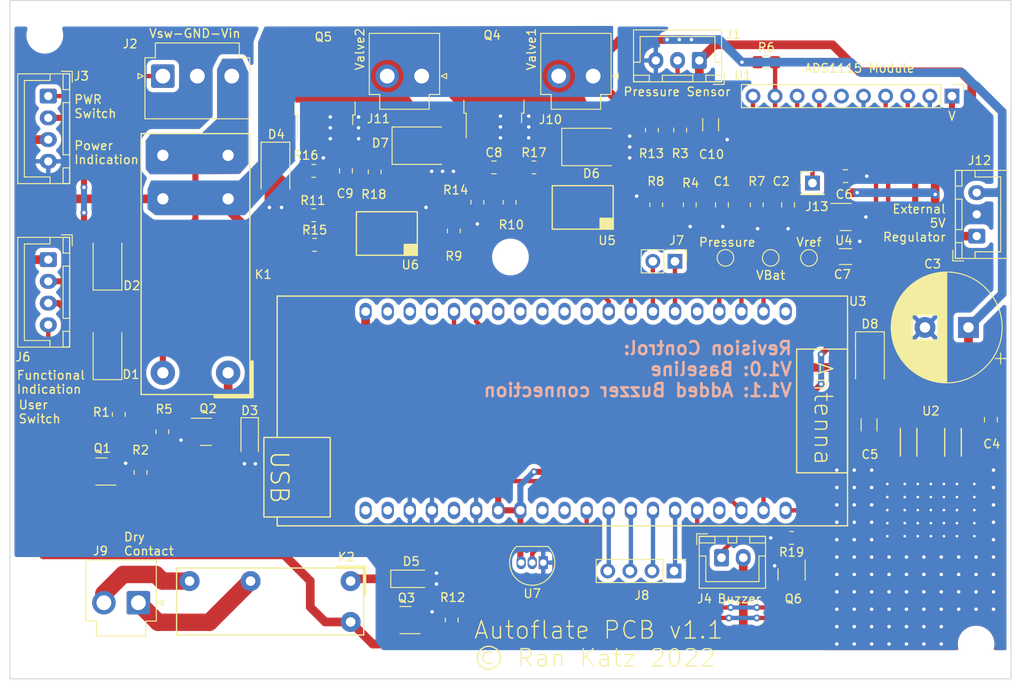
<source format=kicad_pcb>
(kicad_pcb (version 20211014) (generator pcbnew)
  (title_block (title "Autoflate - Tire inflator controller board") (date "2022-11-03") (rev "1.1") (company "NIghtmechanics") (comment 4 "AISLER Project ID: KECQLVEM"))
  (layers (0 "F.Cu" signal) (31 "B.Cu" signal) (34 "B.Paste" user) (35 "F.Paste" user) (36 "B.SilkS" user "B.Silkscreen") (37 "F.SilkS" user "F.Silkscreen") (38 "B.Mask" user) (39 "F.Mask" user) (44 "Edge.Cuts" user))
  (net 0 "")
  (net 1 "/Pressure")
  (net 2 "GND")
  (net 3 "/VBAT")
  (net 4 "+12V")
  (net 5 "+5V")
  (net 6 "/Vref")
  (net 7 "Net-(C8-Pad1)")
  (net 8 "Net-(C9-Pad1)")
  (net 9 "Net-(D1-Pad1)")
  (net 10 "Net-(D1-Pad2)")
  (net 11 "Net-(D2-Pad1)")
  (net 12 "Net-(D3-Pad1)")
  (net 13 "Net-(D5-Pad1)")
  (net 14 "Net-(D6-Pad1)")
  (net 15 "Net-(D7-Pad1)")
  (net 16 "Net-(D8-Pad1)")
  (net 17 "Net-(J1-Pad2)")
  (net 18 "/VDD3V3")
  (net 19 "/User_SW")
  (net 20 "Net-(J6-Pad2)")
  (net 21 "Net-(J8-Pad1)")
  (net 22 "Net-(J8-Pad2)")
  (net 23 "Net-(J8-Pad3)")
  (net 24 "Net-(J8-Pad4)")
  (net 25 "/Func_Ind")
  (net 26 "Net-(Q2-Pad1)")
  (net 27 "Net-(Q4-Pad1)")
  (net 28 "Net-(Q5-Pad1)")
  (net 29 "Net-(R10-Pad1)")
  (net 30 "Net-(R11-Pad1)")
  (net 31 "Net-(R13-Pad1)")
  (net 32 "Net-(R15-Pad1)")
  (net 33 "/ADC_SCL")
  (net 34 "/ADC_SDA")
  (net 35 "Net-(J2-Pad1)")
  (net 38 "Net-(J9-Pad1)")
  (net 50 "Net-(J4-Pad1)")
  (net 52 "Net-(J9-Pad2)")
  (net 53 "Net-(R8-Pad2)")
  (net 54 "Net-(R9-Pad2)")
  (net 55 "/Vin")
  (net 56 "Net-(J13-Pad1)")
  (net 57 "/Temp_DQ")
  (net 59 "Net-(J7-Pad2)")
  (net 60 "/Valve1")
  (net 61 "/Valve2")
  (net 64 "Net-(J7-Pad1)")
  (net 65 "Net-(Q3-Pad1)")
  (net 66 "/Buzzer")
  (footprint "Connector_JST:JST_XH_B4B-XH-A_1x04_P2.50mm_Vertical" (layer "F.Cu") (at 34.4 38 -90)
    (fp_text reference "J3")
    (fp_text value "Conn_01x04_Male")
  )
  (footprint "Resistor_SMD:R_0805_2012Metric_Pad1.20x1.40mm_HandSolder" (layer "F.Cu") (at 80.75 98.25 90)
    (fp_text reference "R12")
    (fp_text value "10k")
  )
  (footprint "Package_TO_SOT_THT:TO-92_Inline" (layer "F.Cu") (at 91.27 91.64 180)
    (fp_text reference "U7")
    (fp_text value "DS18B20")
  )
  (footprint "Capacitor_SMD:C_0805_2012Metric_Pad1.18x1.45mm_HandSolder" (layer "F.Cu") (at 126 47.2)
    (fp_text reference "C6")
    (fp_text value "0.1uF")
  )
  (footprint "Connector_JST:JST_XH_B2B-XH-A_1x02_P2.50mm_Vertical" (layer "F.Cu") (at 111.75 91.075)
    (fp_text reference "J4")
    (fp_text value "JST_XH_2")
  )
  (footprint "Resistor_SMD:R_0805_2012Metric_Pad1.20x1.40mm_HandSolder" (layer "F.Cu") (at 87.4 50.2 90)
    (fp_text reference "R10")
    (fp_text value "100R")
  )
  (footprint "NIghtmechanic:OMRON_G5RL_1A_E" (layer "F.Cu") (at 55.0625 49.8125 90)
    (fp_text reference "K1")
    (fp_text value "G5RL-1A-E-HR")
  )
  (footprint "TestPoint:TestPoint_Pad_D1.5mm" (layer "F.Cu") (at 112.2 56.6)
    (fp_text reference "TP1" hide)
    (fp_text value "TestPoint")
  )
  (footprint "NIghtmechanic:K10104X" (layer "F.Cu") (at 95.8 52.05 180)
    (fp_text reference "U5")
    (fp_text value "K10104")
  )
  (footprint "Resistor_SMD:R_0805_2012Metric_Pad1.20x1.40mm_HandSolder" (layer "F.Cu") (at 115.8 50.5 -90)
    (fp_text reference "R7")
    (fp_text value "2k 0.1%")
  )
  (footprint "Connector_JST:JST_XH_B3B-XH-A_1x03_P2.50mm_Vertical" (layer "F.Cu") (at 141.075 54.1 90)
    (fp_text reference "J12")
    (fp_text value "JST_XH_3")
  )
  (footprint "Capacitor_SMD:C_0805_2012Metric_Pad1.18x1.45mm_HandSolder" (layer "F.Cu") (at 142.7 75.2 -90)
    (fp_text reference "C4")
    (fp_text value "0.1uF")
  )
  (footprint "Resistor_SMD:R_0805_2012Metric_Pad1.20x1.40mm_HandSolder" (layer "F.Cu") (at 42.5 74.6 -90)
    (fp_text reference "R1")
    (fp_text value "4.7k")
  )
  (footprint "Resistor_SMD:R_0805_2012Metric_Pad1.20x1.40mm_HandSolder" (layer "F.Cu") (at 64.9 46.6 180)
    (fp_text reference "R16")
    (fp_text value "4.7k")
  )
  (footprint "Diode_SMD:D_SMA" (layer "F.Cu") (at 128.8 68.5 -90)
    (fp_text reference "D8")
    (fp_text value "SS34")
  )
  (footprint "Capacitor_THT:CP_Radial_D12.5mm_P5.00mm" (layer "F.Cu") (at 140.123959 64.6 180)
    (fp_text reference "C3")
    (fp_text value "180uF/35V")
  )
  (footprint "NIghtmechanic:OMRON_G5NB_1A" (layer "F.Cu") (at 57.6375 93.7625 180)
    (fp_text reference "K2")
    (fp_text value "G5NB-1A-E")
  )
  (footprint "Capacitor_SMD:C_1206_3216Metric_Pad1.33x1.80mm_HandSolder" (layer "F.Cu") (at 126 56.45)
    (fp_text reference "C7")
    (fp_text value "1uF")
  )
  (footprint "Resistor_SMD:R_0805_2012Metric_Pad1.20x1.40mm_HandSolder" (layer "F.Cu") (at 71.9 46.7 90)
    (fp_text reference "R18")
    (fp_text value "2.2k")
  )
  (footprint "Resistor_SMD:R_0805_2012Metric_Pad1.20x1.40mm_HandSolder" (layer "F.Cu") (at 116.9 34.1)
    (fp_text reference "R6")
    (fp_text value "10k 0.1%")
  )
  (footprint "MountingHole:MountingHole_3.2mm_M3" (layer "F.Cu") (at 141 31)
    (fp_text reference "H2" hide)
    (fp_text value "MountingHole")
  )
  (footprint "Package_TO_SOT_SMD:TO-252-2" (layer "F.Cu") (at 85.6 37.5 90)
    (fp_text reference "Q4")
    (fp_text value "IRLR7843")
  )
  (footprint "Diode_SMD:D_SMB" (layer "F.Cu") (at 77.45 43.7)
    (fp_text reference "D7")
    (fp_text value "1SMB5932")
  )
  (footprint "TestPoint:TestPoint_Pad_D1.5mm" (layer "F.Cu") (at 117.4 56.6)
    (fp_text reference "TP2" hide)
    (fp_text value "TestPoint")
  )
  (footprint "MountingHole:MountingHole_3.2mm_M3" (layer "F.Cu") (at 34 101)
    (fp_text reference "H4" hide)
    (fp_text value "MountingHole")
  )
  (footprint "Resistor_SMD:R_0805_2012Metric_Pad1.20x1.40mm_HandSolder" (layer "F.Cu") (at 83.7 50.2 90)
    (fp_text reference "R14")
    (fp_text value "4.7k")
  )
  (footprint "NIghtmechanic:ST_D2PAK" (layer "F.Cu") (at 135.8 84.6 180)
    (fp_text reference "U2")
    (fp_text value "L7805")
  )
  (footprint "Connector_JST:JST_XH_B3B-XH-A_1x03_P2.50mm_Vertical" (layer "F.Cu") (at 109.2 33.9 180)
    (fp_text reference "J1")
    (fp_text value "JST_XH_3")
  )
  (footprint "Capacitor_SMD:C_1206_3216Metric_Pad1.33x1.80mm_HandSolder" (layer "F.Cu") (at 110.5 41.3 -90)
    (fp_text reference "C10")
    (fp_text value "1uF")
  )
  (footprint "NIghtmechanic:K10104X" (layer "F.Cu") (at 73.3 55.05 180)
    (fp_text reference "U6")
    (fp_text value "K10104")
  )
  (footprint "Diode_SMD:D_SMA" (layer "F.Cu") (at 60.5 46.7 -90)
    (fp_text reference "D4")
    (fp_text value "SS34")
  )
  (footprint "Capacitor_SMD:C_0805_2012Metric_Pad1.18x1.45mm_HandSolder" (layer "F.Cu") (at 111.8 50.5 -90)
    (fp_text reference "C1")
    (fp_text value "0.1uF")
  )
  (footprint "Resistor_SMD:R_0805_2012Metric_Pad1.20x1.40mm_HandSolder" (layer "F.Cu") (at 65 55.1 180)
    (fp_text reference "R15")
    (fp_text value "2k")
  )
  (footprint "TestPoint:TestPoint_Pad_D1.5mm" (layer "F.Cu") (at 121.8 56.6)
    (fp_text reference "TP3" hide)
    (fp_text value "TestPoint")
  )
  (footprint "Connector_PinHeader_2.54mm:PinHeader_1x04_P2.54mm_Vertical" (layer "F.Cu") (at 106.3 92.6 -90)
    (fp_text reference "J8")
    (fp_text value "Header_4")
  )
  (footprint "Package_TO_SOT_SMD:SOT-23" (layer "F.Cu") (at 52.5 76.6)
    (fp_text reference "Q2")
    (fp_text value "AO3400A")
  )
  (footprint "Resistor_SMD:R_0805_2012Metric_Pad1.20x1.40mm_HandSolder" (layer "F.Cu") (at 45 81.2655 90)
    (fp_text reference "R2")
    (fp_text value "10k")
  )
  (footprint "Diode_SMD:D_SMA" (layer "F.Cu") (at 41.2 67.2 90)
    (fp_text reference "D1")
    (fp_text value "SS34")
  )
  (footprint "Connector_PinHeader_2.54mm:PinHeader_1x02_P2.54mm_Vertical" (layer "F.Cu") (at 106.4 57 -90)
    (fp_text reference "J7")
    (fp_text value "Header_2")
  )
  (footprint "Connector_JST:JST_VH_B3P-VH_1x03_P3.96mm_Vertical" (layer "F.Cu") (at 47.5625 35.7)
    (fp_text reference "J2")
    (fp_text value "JST_VH_3")
  )
  (footprint "Capacitor_SMD:C_0805_2012Metric_Pad1.18x1.45mm_HandSolder" (layer "F.Cu") (at 68.6 46.6 90)
    (fp_text reference "C9")
    (fp_text value "33nF")
  )
  (footprint "Connector_JST:JST_VH_B2P-VH_1x02_P3.96mm_Vertical" (layer "F.Cu") (at 77.3 35.7 180)
    (fp_text reference "J11")
    (fp_text value "JST_VH_2")
  )
  (footprint "Connector_JST:JST_VH_B2P-VH_1x02_P3.96mm_Vertical" (layer "F.Cu") (at 44.75 96.25 180)
    (fp_text reference "J9")
    (fp_text value "JST_VH_2")
  )
  (footprint "Resistor_SMD:R_0805_2012Metric_Pad1.20x1.40mm_HandSolder" (layer "F.Cu") (at 81 53.5 90)
    (fp_text reference "R9")
    (fp_text value "1k")
  )
  (footprint "Resistor_SMD:R_0805_2012Metric_Pad1.20x1.40mm_HandSolder" (layer "F.Cu") (at 90.2 46.2)
    (fp_text reference "R17")
    (fp_text value "2.2k")
  )
  (footprint "NIghtmechanic:LILYGO_TTGO_ESP32_S2" (layer "F.Cu") (at 94.986 74.2 180)
    (fp_text reference "U3")
    (fp_text value "LILYGO_TTGO_ESP32_S2")
  )
  (footprint "Resistor_SMD:R_0805_2012Metric_Pad1.20x1.40mm_HandSolder" (layer "F.Cu") (at 103.75 41.9 90)
    (fp_text reference "R13")
    (fp_text value "2k")
  )
  (footprint "Resistor_SMD:R_0805_2012Metric_Pad1.20x1.40mm_HandSolder" (layer "F.Cu") (at 104.25 50.5 90)
    (fp_text reference "R8")
    (fp_text value "1k")
  )
  (footprint "Capacitor_SMD:C_1206_3216Metric_Pad1.33x1.80mm_HandSolder" (layer "F.Cu") (at 128.7 75.8 -90)
    (fp_text reference "C5")
    (fp_text value "1uF")
  )
  (footprint "Capacitor_SMD:C_0805_2012Metric_Pad1.18x1.45mm_HandSolder" (layer "F.Cu") (at 85.6 46.2 180)
    (fp_text reference "C8")
    (fp_text value "33nF")
  )
  (footprint "Package_TO_SOT_SMD:SOT-23" (layer "F.Cu") (at 119.8 93 -90)
    (fp_text reference "Q6")
    (fp_text value "AO3400A")
  )
  (footprint "Package_TO_SOT_SMD:SOT-23" (layer "F.Cu") (at 75.45 98.25 180)
    (fp_text reference "Q3")
    (fp_text value "AO3400A")
  )
  (footprint "Diode_SMD:D_SOD-123" (layer "F.Cu") (at 76 93.5)
    (fp_text reference "D5")
    (fp_text value "BZT52C20")
  )
  (footprint "Connector_JST:JST_VH_B2P-VH_1x02_P3.96mm_Vertical" (layer "F.Cu") (at 97 35.7 180)
    (fp_text reference "J10")
    (fp_text value "JST_VH_2")
  )
  (footprint "MountingHole:MountingHole_3.2mm_M3" (layer "F.Cu") (at 141 101)
    (fp_text reference "H3" hide)
    (fp_text value "MountingHole")
  )
  (footprint "Diode_SMD:D_SMB" (layer "F.Cu") (at 96.95 43.85)
    (fp_text reference "D6")
    (fp_text value "1SMB5932")
  )
  (footprint "Diode_SMD:D_SMA" (layer "F.Cu") (at 41.2 56.9 90)
    (fp_text reference "D2")
    (fp_text value "SS34")
  )
  (footprint "Resistor_SMD:R_0805_2012Metric_Pad1.20x1.40mm_HandSolder" (layer "F.Cu") (at 107 41.9 -90)
    (fp_text reference "R3")
    (fp_text value "1k 0.1%")
  )
  (footprint "Capacitor_SMD:C_0805_2012Metric_Pad1.18x1.45mm_HandSolder" (layer "F.Cu") (at 119.4 50.5 -90)
    (fp_text reference "C2")
    (fp_text value "0.1uF")
  )
  (footprint "Resistor_SMD:R_0805_2012Metric_Pad1.20x1.40mm_HandSolder" (layer "F.Cu") (at 108.1 50.5 -90)
    (fp_text reference "R4")
    (fp_text value "2k 0.1%")
  )
  (footprint "Package_TO_SOT_SMD:SOT-23" (layer "F.Cu") (at 126 51.9)
    (fp_text reference "U4")
    (fp_text value "MCP1525-TT")
  )
  (footprint "MountingHole:MountingHole_3.2mm_M3" (layer "F.Cu") (at 87.5 56.5)
    (fp_text reference "H5" hide)
    (fp_text value "MountingHole")
  )
  (footprint "Connector_PinHeader_2.54mm:PinHeader_1x01_P2.54mm_Vertical" (layer "F.Cu") (at 122.2 48)
    (fp_text reference "J13")
    (fp_text value "Header_1")
  )
  (footprint "Resistor_SMD:R_0805_2012Metric_Pad1.20x1.40mm_HandSolder" (layer "F.Cu") (at 64.9 51.7 180)
    (fp_text reference "R11")
    (fp_text value "100R")
  )
  (footprint "NIghtmechanic:GY-ADS1115" (layer "F.Cu") (at 138.225 38 -90)
    (fp_text reference "U1")
    (fp_text value "ADS1115_Module")
  )
  (footprint "Diode_SMD:D_SOD-123" (layer "F.Cu") (at 57.5375 77.225 -90)
    (fp_text reference "D3")
    (fp_text value "BZT52C20")
  )
  (footprint "Package_TO_SOT_SMD:SOT-23" (layer "F.Cu") (at 40.5 81.1655 180)
    (fp_text reference "Q1")
    (fp_text value "AO3400A")
  )
  (footprint "Connector_JST:JST_XH_B4B-XH-A_1x04_P2.50mm_Vertical" (layer "F.Cu") (at 34.4 56.8 -90)
    (fp_text reference "J6")
    (fp_text value "JST_XH_4")
  )
  (footprint "Package_TO_SOT_SMD:TO-252-2" (layer "F.Cu") (at 66.2 37.7 90)
    (fp_text reference "Q5")
    (fp_text value "IRLR7843")
  )
  (footprint "MountingHole:MountingHole_3.2mm_M3" (layer "F.Cu") (at 34 31)
    (fp_text reference "H1" hide)
    (fp_text value "MountingHole")
  )
  (footprint "Resistor_SMD:R_0805_2012Metric_Pad1.20x1.40mm_HandSolder" (layer "F.Cu") (at 47.5 76.6 -90)
    (fp_text reference "R5")
    (fp_text value "10k")
  )
  (footprint "Resistor_SMD:R_0805_2012Metric_Pad1.20x1.40mm_HandSolder" (layer "F.Cu") (at 119.8 88.8 180)
    (fp_text reference "R19")
    (fp_text value "10k")
  )
  (gr_rect (start 30 27) (end 145 105) (layer "Edge.Cuts") (width 0.1) (fill none))
  (gr_text "Revision Control:\nV1.0: Baseline\nV1.1: Added Buzzer connection" (at 120 69.4) (layer "B.SilkS") (effects (font (size 1.5 1.5) (thickness 0.3)) (justify left mirror)))
  (gr_text "Valve1" (at 89.9 32.6 90) (layer "F.SilkS") (effects (font (size 1 1))))
  (gr_text "User\nSwitch" (at 30.9 74.3) (layer "F.SilkS") (effects (font (size 1 1)) (justify left)))
  (gr_text "Autoflate PCB v1.1\n© Ran Katz 2022" (at 83.2 101) (layer "F.SilkS") (effects (font (size 2 2)) (justify left)))
  (gr_text "Dry\nContact" (at 43 89.5) (layer "F.SilkS") (effects (font (size 1 1)) (justify left)))
  (gr_text "Pressure" (at 112.4 54.8) (layer "F.SilkS") (effects (font (size 1 1))))
  (gr_text "Power\nIndication" (at 37.3 44.5) (layer "F.SilkS") (effects (font (size 1 1)) (justify left)))
  (gr_text "ADS1115 Module" (at 127.6 34.8) (layer "F.SilkS") (effects (font (size 1 1))))
  (gr_text "Buzzer" (at 111.2 95.8) (layer "F.SilkS") (effects (font (size 1 1)) (justify left)))
  (gr_text "VBat" (at 117.4 58.6) (layer "F.SilkS") (effects (font (size 1 1))))
  (gr_text "Pressure Sensor" (at 100.4 37.5) (layer "F.SilkS") (effects (font (size 1 1)) (justify left)))
  (gr_text "Functional\nIndication" (at 30.7 70.9) (layer "F.SilkS") (effects (font (size 1 1)) (justify left)))
  (gr_text "PWR\nSwitch" (at 37.3 39.2) (layer "F.SilkS") (effects (font (size 1 1)) (justify left)))
  (gr_text "Valve2" (at 70.2 32.6 90) (layer "F.SilkS") (effects (font (size 1 1))))
  (gr_text "Vsw-GND-Vin\n\n" (at 45.9 31.6) (layer "F.SilkS") (effects (font (size 1 1)) (justify left)))
  (gr_text "Vref" (at 121.8 54.8) (layer "F.SilkS") (effects (font (size 1 1))))
  (gr_text "External\n5V\nRegulator" (at 137.6 52.6) (layer "F.SilkS") (effects (font (size 1 1)) (justify right)))
  (segment (start 110.6 57.2) (end 109.9625 56.5625) (width 0.5) (layer "F.Cu") (net 1))
  (segment (start 107 43.7) (end 109.9625 46.6625) (width 0.5) (layer "F.Cu") (net 1))
  (segment (start 108.1375 49.4625) (end 108.1 49.5) (width 0.5) (layer "F.Cu") (net 1))
  (segment (start 107 42.9) (end 107 43.7) (width 0.5) (layer "F.Cu") (net 1))
  (segment (start 109.9625 46.6625) (end 109.9625 49.4625) (width 0.5) (layer "F.Cu") (net 1))
  (segment (start 109.9625 56.5625) (end 109.9625 49.4625) (width 0.5) (layer "F.Cu") (net 1))
  (segment (start 115.365 45.8975) (end 111.8 49.4625) (width 0.5) (layer "F.Cu") (net 1))
  (segment (start 111.6 57.2) (end 110.6 57.2) (width 0.5) (layer "F.Cu") (net 1))
  (segment (start 111.8 49.4625) (end 109.9625 49.4625) (width 0.5) (layer "F.Cu") (net 1))
  (segment (start 112.2 56.6) (end 111.6 57.2) (width 0.5) (layer "F.Cu") (net 1))
  (segment (start 111.496 62.77) (end 111.496 58.096) (width 0.5) (layer "F.Cu") (net 1))
  (segment (start 109.9625 49.4625) (end 108.1375 49.4625) (width 0.5) (layer "F.Cu") (net 1))
  (segment (start 115.365 38) (end 115.365 45.8975) (width 0.5) (layer "F.Cu") (net 1))
  (segment (start 111.496 58.096) (end 110.6 57.2) (width 0.5) (layer "F.Cu") (net 1))
  (segment (start 100.3 49.51) (end 101.99 49.51) (width 0.5) (layer "F.Cu") (net 2))
  (segment (start 41.4375 80.2155) (end 43.2845 80.2155) (width 0.5) (layer "F.Cu") (net 2))
  (segment (start 127.0375 47.2) (end 128.4375 47.2) (width 0.5) (layer "F.Cu") (net 2))
  (segment (start 115.8 51.5) (end 115.8 53.15) (width 0.5) (layer "F.Cu") (net 2))
  (segment (start 118.85 92.0625) (end 117.912 92.0625) (width 0.5) (layer "F.Cu") (net 2))
  (segment (start 44.95 80.2155) (end 45 80.2655) (width 0.5) (layer "F.Cu") (net 2))
  (segment (start 110.5 42.8625) (end 112.2625 42.8625) (width 0.5) (layer "F.Cu") (net 2))
  (segment (start 108.1 52.95) (end 108.15 53) (width 0.5) (layer "F.Cu") (net 2))
  (segment (start 68.6 42.02) (end 68.48 41.9) (width 0.5) (layer "F.Cu") (net 2))
  (segment (start 128.7 77.3625) (end 128.7 80.7) (width 0.5) (layer "F.Cu") (net 2))
  (segment (start 80.7 97.3) (end 80.75 97.25) (width 0.5) (layer "F.Cu") (net 2))
  (segment (start 68.6 45.5625) (end 68.6 42.02) (width 0.5) (layer "F.Cu") (net 2))
  (segment (start 43.2845 80.2155) (end 44.95 80.2155) (width 0.5) (layer "F.Cu") (net 2))
  (segment (start 142.7 76.2375) (end 142.7 80.7) (width 0.5) (layer "F.Cu") (net 2))
  (segment (start 83.7 51.2) (end 83.7 52.7) (width 0.5) (layer "F.Cu") (net 2))
  (segment (start 65.9 46.6) (end 65.9 45.2) (width 0.5) (layer "F.Cu") (net 2))
  (segment (start 111.8 52.9) (end 111.9 53) (width 0.5) (layer "F.Cu") (net 2))
  (segment (start 117.912 92.0625) (end 117.8495 92) (width 0.5) (layer "F.Cu") (net 2))
  (segment (start 76.3875 97.3) (end 78.5 97.3) (width 0.5) (layer "F.Cu") (net 2))
  (segment (start 108.1 51.5) (end 108.1 52.95) (width 0.5) (layer "F.Cu") (net 2))
  (segment (start 65.9 45.2) (end 66 45.1) (width 0.5) (layer "F.Cu") (net 2))
  (segment (start 84.5625 46.2) (end 84.5625 44.5875) (width 0.5) (layer "F.Cu") (net 2))
  (segment (start 118.8 88.8) (end 117.4 88.8) (width 0.5) (layer "F.Cu") (net 2))
  (segment (start 78.5 97.3) (end 80.7 97.3) (width 0.5) (layer "F.Cu") (net 2))
  (segment (start 49.65 77.55) (end 47.55 77.55) (width 0.5) (layer "F.Cu") (net 2))
  (segment (start 47.55 77.55) (end 47.5 77.6) (width 0.5) (layer "F.Cu") (net 2))
  (segment (start 111.8 51.5375) (end 111.8 52.9) (width 0.5) (layer "F.Cu") (net 2))
  (segment (start 84.5625 44.5875) (end 86.35 42.8) (width 0.5) (layer "F.Cu") (net 2))
  (segment (start 101.99 49.51) (end 102 49.5) (width 0.5) (layer "F.Cu") (net 2))
  (segment (start 127.5625 56.45) (end 127.5625 54.775) (width 0.5) (layer "F.Cu") (net 2))
  (segment (start 142.7 80.7) (end 143 81) (width 0.5) (layer "F.Cu") (net 2))
  (segment (start 51.5625 77.55) (end 49.65 77.55) (width 0.5) (layer "F.Cu") (net 2))
  (segment (start 77.8 52.51) (end 77.8 50.8) (width 0.5) (layer "F.Cu") (net 2))
  (segment (start 126.9375 51.9) (end 128.3375 51.9) (width 0.5) (layer "F.Cu") (net 2))
  (segment (start 128.7 80.7) (end 129 81) (width 0.5) (layer "F.Cu") (net 2))
  (segment (start 112.2625 42.8625) (end 112.4 43) (width 0.5) (layer "F.Cu") (net 2))
  (segment (start 115.8 53.15) (end 115.9 53.25) (width 0.5) (layer "F.Cu") (net 2))
  (segment (start 127.5625 54.775) (end 127.6375 54.7) (width 0.5) (layer "F.Cu") (net 2))
  (segment (start 119.4 51.5375) (end 119.4 53.25) (width 0.5) (layer "F.Cu") (net 2))
  (via (at 61.2 50.8) (size 0.8) (drill 0.4) (layers "F.Cu" "B.Cu") (net 2))
  (via (at 131 97) (size 0.8) (drill 0.4) (layers "F.Cu" "B.Cu") (net 2))
  (via (at 133 97) (size 0.8) (drill 0.4) (layers "F.Cu" "B.Cu") (net 2))
  (via (at 83.7 52.7) (size 0.8) (drill 0.4) (layers "F.Cu" "B.Cu") (net 2))
  (via (at 101.2 45.1) (size 0.8) (drill 0.4) (layers "F.Cu" "B.Cu") (net 2))
  (via (at 66 45.1) (size 0.8) (drill 0.4) (layers "F.Cu" "B.Cu") (net 2))
  (via (at 112.4 43) (size 0.8) (drill 0.4) (layers "F.Cu" "B.Cu") (net 2))
  (via (at 133 99) (size 0.8) (drill 0.4) (layers "F.Cu" "B.Cu") (net 2))
  (via (at 115.9 53.25) (size 0.8) (drill 0.4) (layers "F.Cu" "B.Cu") (net 2))
  (via (at 137 95) (size 0.8) (drill 0.4) (layers "F.Cu" "B.Cu") (net 2))
  (via (at 129 99) (size 0.8) (drill 0.4) (layers "F.Cu" "B.Cu") (net 2))
  (via (at 143 85) (size 0.8) (drill 0.4) (layers "F.Cu" "B.Cu") (net 2))
  (via (at 143 93) (size 0.8) (drill 0.4) (layers "F.Cu" "B.Cu") (net 2))
  (via (at 108.15 53) (size 0.8) (drill 0.4) (layers "F.Cu" "B.Cu") (net 2))
  (via (at 79.7 46.65) (size 0.8) (drill 0.4) (layers "F.Cu" "B.Cu") (net 2))
  (via (at 78.45 46.65) (size 0.8) (drill 0.4) (layers "F.Cu" "B.Cu") (net 2))
  (via (at 86.35 40.3) (size 0.8) (drill 0.4) (layers "F.Cu" "B.Cu") (net 2))
  (via (at 141 93) (size 0.8) (drill 0.4) (layers "F.Cu" "B.Cu") (net 2))
  (via (at 79 92.85) (size 0.8) (drill 0.4) (layers "F.Cu" "B.Cu") (net 2))
  (via (at 70.05 42.9) (size 0.8) (drill 0.4) (layers "F.Cu" "B.Cu") (net 2))
  (via (at 141 97) (size 0.8) (drill 0.4) (layers "F.Cu" "B.Cu") (net 2))
  (via (at 79 94.1) (size 0.8) (drill 0.4) (layers "F.Cu" "B.Cu") (net 2))
  (via (at 127 83) (size 0.8) (drill 0.4) (layers "F.Cu" "B.Cu") (net 2))
  (via (at 143 97) (size 0.8) (drill 0.4) (layers "F.Cu" "B.Cu") (net 2))
  (via (at 135 91) (size 0.8) (drill 0.4) (layers "F.Cu" "B.Cu") (net 2))
  (via (at 127 97) (size 0.8) (drill 0.4) (layers "F.Cu" "B.Cu") (net 2))
  (via (at 139 91) (size 0.8) (drill 0.4) (layers "F.Cu" "B.Cu") (net 2))
  (via (at 131 101) (size 0.8) (drill 0.4) (layers "F.Cu" "B.Cu") (net 2))
  (via (at 127.6375 54.7) (size 0.8) (drill 0.4) (layers "F.Cu" "B.Cu") (net 2))
  (via (at 129 95) (size 0.8) (drill 0.4) (layers "F.Cu" "B.Cu") (net 2))
  (via (at 133 101) (size 0.8) (drill 0.4) (layers "F.Cu" "B.Cu") (net 2))
  (via (at 137 93) (size 0.8) (drill 0.4) (layers "F.Cu" "B.Cu") (net 2))
  (via (at 129 97) (size 0.8) (drill 0.4) (layers "F.Cu" "B.Cu") (net 2))
  (via (at 129 87) (size 0.8) (drill 0.4) (layers "F.Cu" "B.Cu") (net 2))
  (via (at 131 91) (size 0.8) (drill 0.4) (layers "F.Cu" "B.Cu") (net 2))
  (via (at 128.4375 47.2) (size 0.8) (drill 0.4) (layers "F.Cu" "B.Cu") (net 2))
  (via (at 143 89) (size 0.8) (drill 0.4) (layers "F.Cu" "B.Cu") (net 2))
  (via (at 137 91) (size 0.8) (drill 0.4) (layers "F.Cu" "B.Cu") (net 2))
  (via (at 137 101) (size 0.8) (drill 0.4) (layers "F.Cu" "B.Cu") (net 2))
  (via (at 135 95) (size 0.8) (drill 0.4) (layers "F.Cu" "B.Cu") (net 2))
  (via (at 129 93) (size 0.8) (drill 0.4) (layers "F.Cu" "B.Cu") (net 2))
  (via (at 86.35 41.55) (size 0.8) (drill 0.4) (layers "F.Cu" "B.Cu") (net 2))
  (via (at 70.05 40.4) (size 0.8) (drill 0.4) (layers "F.Cu" "B.Cu") (net 2))
  (via (at 117.8495 92) (size 0.8) (drill 0.4) (layers "F.Cu" "B.Cu") (net 2))
  (via (at 143 83) (size 0.8) (drill 0.4) (layers "F.Cu" "B.Cu") (net 2))
  (via (at 143 81) (size 0.8) (drill 0.4) (layers "F.Cu" "B.Cu") (net 2))
  (via (at 125 97) (size 0.8) (drill 0.4) (layers "F.Cu" "B.Cu") (net 2))
  (via (at 66.8 42.9) (size 0.8) (drill 0.4) (layers "F.Cu" "B.Cu") (net 2))
  (via (at 89.6 41.55) (size 0.8) (drill 0.4) (layers "F.Cu" "B.Cu") (net 2))
  (via (at 125 85) (size 0.8) (drill 0.4) (layers "F.Cu" "B.Cu") (net 2))
  (via (at 89.6 40.3) (size 0.8) (drill 0.4) (layers "F.Cu" "B.Cu") (net 2))
  (via (at 143 91) (size 0.8) (drill 0.4) (layers "F.Cu" "B.Cu") (net 2))
  (via (at 56.9375 80.275) (size 0.8) (drill 0.4) (layers "F.Cu" "B.Cu") (net 2))
  (via (at 102 49.5) (size 0.8) (drill 0.4) (layers "F.Cu" "B.Cu") (net 2))
  (via (at 127 85) (size 0.8) (drill 0.4) (layers "F.Cu" "B.Cu") (net 2))
  (via (at 129 91) (size 0.8) (drill 0.4) (layers "F.Cu" "B.Cu") (net 2))
  (via (at 59.8 50.8) (size 0.8) (drill 0.4) (layers "F.Cu" "B.Cu") (net 2))
  (via (at 129 89) (size 0.8) (drill 0.4) (layers "F.Cu" "B.Cu") (net 2))
  (via (at 125 95) (size 0.8) (drill 0.4) (layers "F.Cu" "B.Cu") (net 2))
  (via (at 127 99) (size 0.8) (drill 0.4) (layers "F.Cu" "B.Cu") (net 2))
  (via (at 139 95) (size 0.8) (drill 0.4) (layers "F.Cu" "B.Cu") (net 2))
  (via (at 143 95) (size 0.8) (drill 0.4) (layers "F.Cu" "B.Cu") (net 2))
  (via (at 127 89) (size 0.8) (drill 0.4) (layers "F.Cu" "B.Cu") (net 2))
  (via (at 125 81) (size 0.8) (drill 0.4) (layers "F.Cu" "B.Cu") (net 2))
  (via (at 133 91) (size 0.8) (drill 0.4) (layers "F.Cu" "B.Cu") (net 2))
  (via (at 139 93) (size 0.8) (drill 0.4) (layers "F.Cu" "B.Cu") (net 2))
  (via (at 58.1875 80.275) (size 0.8) (drill 0.4) (layers "F.Cu" "B.Cu") (net 2))
  (via (at 129 83) (size 0.8) (drill 0.4) (layers "F.Cu" "B.Cu") (net 2))
  (via (at 141 95) (size 0.8) (drill 0.4) (layers "F.Cu" "B.Cu") (net 2))
  (via (at 111.9 53) (size 0.8) (drill 0.4) (layers "F.Cu" "B.Cu") (net 2))
  (via (at 125 89) (size 0.8) (drill 0.4) (layers "F.Cu" "B.Cu") (net 2))
  (via (at 66.8 41.65) (size 0.8) (drill 0.4) (layers "F.Cu" "B.Cu") (net 2))
  (via (at 127 87) (size 0.8) (drill 0.4) (layers "F.Cu" "B.Cu") (net 2))
  (via (at 125 99) (size 0.8) (drill 0.4) (layers "F.Cu" "B.Cu") (net 2))
  (via (at 127 91) (size 0.8) (drill 0.4) (layers "F.Cu" "B.Cu") (net 2))
  (via (at 125 87) (size 0.8) (drill 0.4) (layers "F.Cu" "B.Cu") (net 2))
  (via (at 125 101) (size 0.8) (drill 0.4) (layers "F.Cu" "B.Cu") (net 2))
  (via (at 133 93) (size 0.8) (drill 0.4) (layers "F.Cu" "B.Cu") (net 2))
  (via (at 135 101) (size 0.8) (drill 0.4) (layers "F.Cu" "B.Cu") (net 2))
  (via (at 66.8 40.4) (size 0.8) (drill 0.4) (layers "F.Cu" "B.Cu") (net 2))
  (via (at 141 91) (size 0.8) (drill 0.4) (layers "F.Cu" "B.Cu") (net 2))
  (via (at 127 93) (size 0.8) (drill 0.4) (layers "F.Cu" "B.Cu") (net 2))
  (via (at 129 81) (size 0.8) (drill 0.4) (layers "F.Cu" "B.Cu") (net 2))
  (via (at 139 97) (size 0.8) (drill 0.4) (layers "F.Cu" "B.Cu") (net 2))
  (via (at 127 95) (size 0.8) (drill 0.4) (layers "F.Cu" "B.Cu") (net 2))
  (via (at 80.95 46.65) (size 0.8) (drill 0.4) (layers "F.Cu" "B.Cu") (net 2))
  (via (at 128.3375 51.9) (size 0.8) (drill 0.4) (layers "F.Cu" "B.Cu") (net 2))
  (via (at 127 81) (size 0.8) (drill 0.4) (layers "F.Cu" "B.Cu") (net 2))
  (via (at 129 85) (size 0.8) (drill 0.4) (layers "F.Cu" "B.Cu") (net 2))
  (via (at 77.8 50.8) (size 0.8) (drill 0.4) (layers "F.Cu" "B.Cu") (net 2))
  (via (at 135 99) (size 0.8) (drill 0.4) (layers "F.Cu" "B.Cu") (net 2))
  (via (at 131 95) (size 0.8) (drill 0.4) (layers "F.Cu" "B.Cu") (net 2))
  (via (at 49.65 77.55) (size 0.8) (drill 0.4) (layers "F.Cu" "B.Cu") (net 2))
  (via (at 43.2845 80.2155) (size 0.8) (drill 0.4) (layers "F.Cu" "B.Cu") (net 2))
  (via (at 135 93) (size 0.8) (drill 0.4) (layers "F.Cu" "B.Cu") (net 2))
  (via (at 135 97) (size 0.8) (drill 0.4) (layers "F.Cu" "B.Cu") (net 2))
  (via (at 119.4 53.25) (size 0.8) (drill 0.4) (layers "F.Cu" "B.Cu") (net 2))
  (via (at 125 93) (size 0.8) (drill 0.4) (layers "F.Cu" "B.Cu") (net 2))
  (via (at 129 101) (size 0.8) (drill 0.4) (layers "F.Cu" "B.Cu") (net 2))
  (via (at 101.2 43.85) (size 0.8) (drill 0.4) (layers "F.Cu" "B.Cu") (net 2))
  (via (at 70.05 41.65) (size 0.8) (drill 0.4) (layers "F.Cu" "B.Cu") (net 2))
  (via (at 86.35 42.8) (size 0.8) (drill 0.4) (layers "F.Cu" "B.Cu") (net 2))
  (via (at 137 97) (size 0.8) (drill 0.4) (layers "F.Cu" "B.Cu") (net 2))
  (via (at 131 99) (size 0.8) (drill 0.4) (layers "F.Cu" "B.Cu") (net 2))
  (via (at 78.5 97.3) (size 0.8) (drill 0.4) (layers "F.Cu" "B.Cu") (net 2))
  (via (at 117.4 88.8) (size 0.8) (drill 0.4) (layers "F.Cu" "B.Cu") (net 2))
  (via (at 131 93) (size 0.8) (drill 0.4) (layers "F.Cu" "B.Cu") (net 2))
  (via (at 143 87) (size 0.8) (drill 0.4) (layers "F.Cu" "B.Cu") (net 2))
  (via (at 127 101) (size 0.8) (drill 0.4) (layers "F.Cu" "B.Cu") (net 2))
  (via (at 137 99) (size 0.8) (drill 0.4) (layers "F.Cu" "B.Cu") (net 2))
  (via (at 125 83) (size 0.8) (drill 0.4) (layers "F.Cu" "B.Cu") (net 2))
  (via (at 89.6 42.8) (size 0.8) (drill 0.4) (layers "F.Cu" "B.Cu") (net 2))
  (via (at 101.2 42.6) (size 0.8) (drill 0.4) (layers "F.Cu" "B.Cu") (net 2))
  (via (at 125 91) (size 0.8) (drill 0.4) (layers "F.Cu" "B.Cu") (net 2))
  (via (at 133 95) (size 0.8) (drill 0.4) (layers "F.Cu" "B.Cu") (net 2))
  (segment (start 117.5 54.2) (end 117.5 49.5) (width 0.5) (layer "F.Cu") (net 3))
  (segment (start 116.05 55.65) (end 116.55 55.15) (width 0.5) (layer "F.Cu") (net 3))
  (segment (start 114.036 62.77) (end 114.036 57.664) (width 0.5) (layer "F.Cu") (net 3))
  (segment (start 117.905 38) (end 117.905 34.105) (width 0.5) (layer "F.Cu") (net 3))
  (segment (start 117.5 49.5) (end 117.5 41.8) (width 0.5) (layer "F.Cu") (net 3))
  (segment (start 116.55 55.75) (end 116.55 55.15) (width 0.5) (layer "F.Cu") (net 3))
  (segment (start 117.4 56.6) (end 116.55 55.75) (width 0.5) (layer "F.Cu") (net 3))
  (segment (start 117.5 41.8) (end 117.905 41.395) (width 0.5) (layer "F.Cu") (net 3))
  (segment (start 115.8 49.5) (end 117.5 49.5) (width 0.5) (layer "F.Cu") (net 3))
  (segment (start 119.3625 49.5) (end 119.4 49.4625) (width 0.5) (layer "F.Cu") (net 3))
  (segment (start 117.905 34.105) (end 117.9 34.1) (width 0.5) (layer "F.Cu") (net 3))
  (segment (start 116.55 55.15) (end 117.5 54.2) (width 0.5) (layer "F.Cu") (net 3))
  (segment (start 114.036 57.664) (end 116.05 55.65) (width 0.5) (layer "F.Cu") (net 3))
  (segment (start 117.5 49.5) (end 119.3625 49.5) (width 0.5) (layer "F.Cu") (net 3))
  (segment (start 117.905 41.395) (end 117.905 38) (width 0.5) (layer "F.Cu") (net 3))
  (segment (start 138.34 70.66) (end 138.34 74.25) (width 1) (layer "F.Cu") (net 4))
  (segment (start 33.85 90.75) (end 31.4 88.3) (width 1) (layer "F.Cu") (net 4))
  (segment (start 47.5625 49.8125) (end 31.4875 49.8125) (width 1) (layer "F.Cu") (net 4))
  (segment (start 60.5 44.7) (end 59.7 44.7) (width 1) (layer "F.Cu") (net 4))
  (segment (start 97 34.6) (end 100.1 31.5) (width 1) (layer "F.Cu") (net 4))
  (segment (start 69.1375 98.4625) (end 66.2125 98.4625) (width 1) (layer "F.Cu") (net 4))
  (segment (start 34.4 56.8) (end 31.7 56.8) (width 1) (layer "F.Cu") (net 4))
  (segment (start 32.5 43) (end 31.4 44.1) (width 1) (layer "F.Cu") (net 4))
  (segment (start 31.4 44.1) (end 31.4 49.9) (width 1) (layer "F.Cu") (net 4))
  (segment (start 71.675 101) (end 113.2 101) (width 1) (layer "F.Cu") (net 4))
  (segment (start 115.9 34.1) (end 114.1 34.1) (width 1) (layer "F.Cu") (net 4))
  (segment (start 140.123959 68.876041) (end 140.123959 64.6) (width 1) (layer "F.Cu") (net 4))
  (segment (start 31.4 49.9) (end 31.4 52.85) (width 1) (layer "F.Cu") (net 4))
  (segment (start 57.75 53.75) (end 55.3125 51.3125) (width 1) (layer "F.Cu") (net 4))
  (segment (start 31.4 76.2) (end 31.4 78.6) (width 1) (layer "F.Cu") (net 4))
  (segment (start 138.4275 74.1625) (end 138.34 74.25) (width 1) (layer "F.Cu") (net 4))
  (segment (start 31.4 56.5) (end 31.4 59.3) (width 1) (layer "F.Cu") (net 4))
  (segment (start 69.1375 98.4625) (end 71.675 101) (width 1) (layer "F.Cu") (net 4))
  (segment (start 106.9 31.5) (end 108.3 31.5) (width 1) (layer "F.Cu") (net 4))
  (segment (start 103.75 40.9) (end 102.2 40.9) (width 1) (layer "F.Cu") (net 4))
  (segment (start 97 35.7) (end 97 34.6) (width 1) (layer "F.Cu") (net 4))
  (segment (start 59.7 45.175) (end 55.0625 49.8125) (width 1) (layer "F.Cu") (net 4))
  (segment (start 113.2 101) (end 114.25 99.95) (width 1) (layer "F.Cu") (net 4))
  (segment (start 105.5 31.5) (end 106.9 31.5) (width 1) (layer "F.Cu") (net 4))
  (segment (start 62 53.75) (end 57.75 53.75) (width 1) (layer "F.Cu") (net 4))
  (segment (start 31.4 52.85) (end 31.4 56.5) (width 1) (layer "F.Cu") (net 4))
  (segment (start 34.4 43) (end 32.5 43) (width 1) (layer "F.Cu") (net 4))
  (segment (start 142.7 74.1625) (end 138.4275 74.1625) (width 1) (layer "F.Cu") (net 4))
  (segment (start 100.1 31.5) (end 105.5 31.5) (width 1) (layer "F.Cu") (net 4))
  (segment (start 31.7 56.8) (end 31.4 56.5) (width 1) (layer "F.Cu") (net 4))
  (segment (start 140.123959 68.876041) (end 138.34 70.66) (width 1) (layer "F.Cu") (net 4))
  (segment (start 31.4 59.3) (end 31.4 67.3655) (width 1) (layer "F.Cu") (net 4))
  (segment (start 63.35 55.1) (end 62 53.75) (width 1) (layer "F.Cu") (net 4))
  (segment (start 64.5 93.75) (end 61.5 90.75) (width 1) (layer "F.Cu") (net 4))
  (segment (start 31.4 86.4) (end 31.4 88.3) (width 1) (layer "F.Cu") (net 4))
  (segment (start 64 55.1) (end 63.35 55.1) (width 1) (layer "F.Cu") (net 4))
  (segment (start 31.4 67.3655) (end 31.4 68.8655) (width 1) (layer "F.Cu") (net 4))
  (segment (start 102.2 40.9) (end 97 35.7) (width 1) (layer "F.Cu") (net 4))
  (segment (start 31.4875 49.8125) (end 31.4 49.9) (width 1) (layer "F.Cu") (net 4))
  (segment (start 31.4 78.6) (end 31.4 86.4) (width 1) (layer "F.Cu") (net 4))
  (segment (start 31.4 68.8655) (end 31.4 76.2) (width 1) (layer "F.Cu") (net 4))
  (segment (start 114.25 99.95) (end 114.25 91.075) (width 1) (layer "F.Cu") (net 4))
  (segment (start 59.7 44.7) (end 59.7 45.175) (width 1) (layer "F.Cu") (net 4))
  (segment (start 61.5 90.75) (end 33.85 90.75) (width 1) (layer "F.Cu") (net 4))
  (segment (start 64.5 96.75) (end 64.5 93.75) (width 1) (layer "F.Cu") (net 4))
  (segment (start 66.2125 98.4625) (end 64.5 96.75) (width 1) (layer "F.Cu") (net 4))
  (via (at 108.3 31.5) (size 0.8) (drill 0.4) (layers "F.Cu" "B.Cu") (net 4))
  (via (at 105.5 31.5) (size 0.8) (drill 0.4) (layers "F.Cu" "B.Cu") (net 4))
  (via (at 106.9 31.5) (size 0.8) (drill 0.4) (layers "F.Cu" "B.Cu") (net 4))
  (via (at 114.1 34.1) (size 0.8) (drill 0.4) (layers "F.Cu" "B.Cu") (net 4))
  (segment (start 140.9 36.8) (end 141 36.8) (width 1) (layer "B.Cu") (net 4))
  (segment (start 144 48.6) (end 144 60.723959) (width 1) (layer "B.Cu") (net 4))
  (segment (start 143.5 49.1) (end 144 48.6) (width 1) (layer "B.Cu") (net 4))
  (segment (start 141 36.8) (end 144 39.8) (width 1) (layer "B.Cu") (net 4))
  (segment (start 126.6 34.1) (end 127.8 35.3) (width 1) (layer "B.Cu") (net 4))
  (segment (start 139.4 35.3) (end 140.9 36.8) (width 1) (layer "B.Cu") (net 4))
  (segment (start 114.1 34.1) (end 126.6 34.1) (width 1) (layer "B.Cu") (net 4))
  (segment (start 105.5 31.5) (end 111.5 31.5) (width 1) (layer "B.Cu") (net 4))
  (segment (start 141.075 49.1) (end 143.5 49.1) (width 1) (layer "B.Cu") (net 4))
  (segment (start 144 60.723959) (end 140.123959 64.6) (width 1) (layer "B.Cu") (net 4))
  (segment (start 144 39.8) (end 144 48.6) (width 1) (layer "B.Cu") (net 4))
  (segment (start 114.1 34.1) (end 111.5 31.5) (width 1) (layer "B.Cu") (net 4))
  (segment (start 127.8 35.3) (end 139.4 35.3) (width 1) (layer "B.Cu") (net 4))
  (segment (start 136.3 58.1) (end 136.3 53.9) (width 1) (layer "F.Cu") (net 5))
  (segment (start 140.5 41) (end 140.5 36.5) (width 1) (layer "F.Cu") (net 5))
  (segment (start 133.26 74.25) (end 133.26 68.66) (width 1) (layer "F.Cu") (net 5))
  (segment (start 136.5 54.1) (end 136.3 53.9) (width 1) (layer "F.Cu") (net 5))
  (segment (start 140.5 36.5) (end 139.2 35.2) (width 1) (layer "F.Cu") (net 5))
  (segment (start 125.2375 49.1) (end 127.3375 49.1) (width 1) (layer "F.Cu") (net 5))
  (segment (start 133.26 68.66) (end 132.3 67.7) (width 1) (layer "F.Cu") (net 5))
  (segment (start 133.26 74.25) (end 128.7125 74.25) (width 1) (layer "F.Cu") (net 5))
  (segment (start 125.0625 49.275) (end 125.0625 47.3) (width 1) (layer "F.Cu") (net 5))
  (segment (start 127.6 35.2) (end 124.5 32.1) (width 1) (layer "F.Cu") (net 5))
  (segment (start 132.3 62.1) (end 136.3 58.1) (width 1) (layer "F.Cu") (net 5))
  (segment (start 136.3 53.9) (end 136.3 53.7) (width 1) (layer "F.Cu") (net 5))
  (segment (start 136.3 49.3) (end 136.3 47.8) (width 1) (layer "F.Cu") (net 5))
  (segment (start 128.7 70.6) (end 128.8 70.5) (width 1) (layer "F.Cu") (net 5))
  (segment (start 128.7125 74.25) (end 128.7 74.2375) (width 1) (layer "F.Cu") (net 5))
  (segment (start 141.075 54.1) (end 136.5 54.1) (width 1) (layer "F.Cu") (net 5))
  (segment (start 111 32.1) (end 109.2 33.9) (width 1) (layer "F.Cu") (net 5))
  (segment (start 124.5 32.1) (end 111 32.1) (width 1) (layer "F.Cu") (net 5))
  (segment (start 109.2 36.1) (end 109.2 33.9) (width 1) (layer "F.Cu") (net 5))
  (segment (start 136.3 45.2) (end 140.5 41) (width 1) (layer "F.Cu") (net 5))
  (segment (start 128.7 74.2375) (end 128.7 70.6) (width 1) (layer "F.Cu") (net 5))
  (segment (start 136.3 47.8) (end 136.3 45.2) (width 1) (layer "F.Cu") (net 5))
  (segment (start 125.0625 50.95) (end 125.0625 49.275) (width 1) (layer "F.Cu") (net 5))
  (segment (start 139.2 35.2) (end 127.6 35.2) (width 1) (layer "F.Cu") (net 5))
  (segment (start 125.0625 49.275) (end 125.2375 49.1) (width 1) (layer "F.Cu") (net 5))
  (segment (start 125.0625 47.3) (end 124.9625 47.2) (width 1) (layer "F.Cu") (net 5))
  (segment (start 110.5 37.4) (end 109.2 36.1) (width 1) (layer "F.Cu") (net 5))
  (segment (start 132.3 67.7) (end 132.3 62.1) (width 1) (layer "F.Cu") (net 5))
  (segment (start 110.5 39.7375) (end 110.5 37.4) (width 1) (layer "F.Cu") (net 5))
  (segment (start 136.3 53.7) (end 136.3 49.3) (width 1) (layer "F.Cu") (net 5))
  (via (at 127.3375 49.1) (size 0.8) (drill 0.4) (layers "F.Cu" "B.Cu") (net 5))
  (via (at 136.3 49.3) (size 0.8) (drill 0.4) (layers "F.Cu" "B.Cu") (net 5))
  (segment (start 127.3375 49.1) (end 136.1 49.1) (width 1) (layer "B.Cu") (net 5))
  (segment (start 136.1 49.1) (end 136.3 49.3) (width 1) (layer "B.Cu") (net 5))
  (segment (start 121.95 56.45) (end 121.8 56.6) (width 0.5) (layer "F.Cu") (net 6))
  (segment (start 120.2 56.6) (end 116.576 60.224) (width 0.5) (layer "F.Cu") (net 6))
  (segment (start 124.4375 53.475) (end 125.0625 52.85) (width 0.5) (layer "F.Cu") (net 6))
  (segment (start 124.45 52.85) (end 125.0625 52.85) (width 0.5) (layer "F.Cu") (net 6))
  (segment (start 122.985 38) (end 122.985 39.585) (width 0.5) (layer "F.Cu") (net 6))
  (segment (start 123.8 52.2) (end 124.45 52.85) (width 0.5) (layer "F.Cu") (net 6))
  (segment (start 116.576 60.224) (end 116.576 60.624) (width 0.5) (layer "F.Cu") (net 6))
  (segment (start 124.4375 56.45) (end 121.95 56.45) (width 0.5) (layer "F.Cu") (net 6))
  (segment (start 122.985 39.585) (end 123.8 40.4) (width 0.5) (layer "F.Cu") (net 6))
  (segment (start 124.4375 56.45) (end 124.4375 53.475) (width 0.5) (layer "F.Cu") (net 6))
  (segment (start 121.8 56.6) (end 120.2 56.6) (width 0.5) (layer "F.Cu") (net 6))
  (segment (start 123.8 40.4) (end 123.8 52.2) (width 0.5) (layer "F.Cu") (net 6))
  (segment (start 116.576 62.77) (end 116.576 60.624) (width 0.5) (layer "F.Cu") (net 6))
  (segment (start 86.6375 46.2) (end 89.2 46.2) (width 0.5) (layer "F.Cu") (net 7))
  (segment (start 68.6 47.6375) (end 71.8375 47.6375) (width 0.5) (layer "F.Cu") (net 8))
  (segment (start 71.8375 47.6375) (end 71.9 47.7) (width 0.5) (layer "F.Cu") (net 8))
  (segment (start 41.2 69.2) (end 41.2 72.3) (width 0.5) (layer "F.Cu") (net 9))
  (segment (start 41.2 72.3) (end 42.5 73.6) (width 0.5) (layer "F.Cu") (net 9))
  (segment (start 37.6 40.5) (end 38.5 41.4) (width 0.7) (layer "F.Cu") (net 10))
  (segment (start 38.5 41.4) (end 38.5 48.5) (width 0.7) (layer "F.Cu") (net 10))
  (segment (start 41.2 65.2) (end 38.5 62.5) (width 0.7) (layer "F.Cu") (net 10))
  (segment (start 38.5 51.4) (end 38.5 62.5) (width 0.7) (layer "F.Cu") (net 10))
  (segment (start 34.4 40.5) (end 37.6 40.5) (width 0.7) (layer "F.Cu") (net 10))
  (via (at 38.5 48.5) (size 0.8) (drill 0.4) (layers "F.Cu" "B.Cu") (net 10))
  (via (at 38.5 51.4) (size 0.8) (drill 0.4) (layers "F.Cu" "B.Cu") (net 10))
  (segment (start 38.5 51.45) (end 38.5 48.55) (width 0.7) (layer "B.Cu") (net 10))
  (segment (start 47.5625 63.1625) (end 47.5625 69.8125) (width 0.7) (layer "F.Cu") (net 11))
  (segment (start 46 61.6) (end 47.5625 63.1625) (width 0.7) (layer "F.Cu") (net 11))
  (segment (start 41.2 58.9) (end 41.2 60.8) (width 0.7) (layer "F.Cu") (net 11))
  (segment (start 41.2 60.8) (end 42 61.6) (width 0.7) (layer "F.Cu") (net 11))
  (segment (start 42 61.6) (end 46 61.6) (width 0.7) (layer "F.Cu") (net 11))
  (segment (start 57.5375 75.575) (end 56.275 75.575) (width 1) (layer "F.Cu") (net 12))
  (segment (start 56.275 75.575) (end 55.0625 74.3625) (width 1) (layer "F.Cu") (net 12))
  (segment (start 53.4375 75.9875) (end 55.0625 74.3625) (width 1) (layer "F.Cu") (net 12))
  (segment (start 55.0625 74.3625) (end 55.0625 69.8125) (width 1) (layer "F.Cu") (net 12))
  (segment (start 53.4375 76.6) (end 53.4375 75.9875) (width 1) (layer "F.Cu") (net 12))
  (segment (start 74.5125 93.6625) (end 74.35 93.5) (width 1) (layer "F.Cu") (net 13))
  (segment (start 74.35 93.5) (end 69.4 93.5) (width 1) (layer "F.Cu") (net 13))
  (segment (start 74.5125 98.25) (end 74.5125 93.6625) (width 1) (layer "F.Cu") (net 13))
  (segment (start 69.4 93.5) (end 69.1375 93.7625) (width 1) (layer "F.Cu") (net 13))
  (segment (start 93.55 43.85) (end 91.2 46.2) (width 0.7) (layer "F.Cu") (net 14))
  (segment (start 94.8 43.85) (end 93.55 43.85) (width 0.7) (layer "F.Cu") (net 14))
  (segment (start 75.3 43.7) (end 74.95 43.7) (width 1) (layer "F.Cu") (net 15))
  (segment (start 71.9 45.7) (end 72.95 45.7) (width 1) (layer "F.Cu") (net 15))
  (segment (start 74.95 43.7) (end 72.95 45.7) (width 1) (layer "F.Cu") (net 15))
  (segment (start 70.856 64.756) (end 70.856 62.77) (width 1) (layer "F.Cu") (net 16))
  (segment (start 128.8 66.5) (end 128.1 66.5) (width 1) (layer "F.Cu") (net 16))
  (segment (start 75.3 69.2) (end 70.856 64.756) (width 1) (layer "F.Cu") (net 16))
  (segment (start 125.4 69.2) (end 75.3 69.2) (width 1) (layer "F.Cu") (net 16))
  (segment (start 128.1 66.5) (end 125.4 69.2) (width 1) (layer "F.Cu") (net 16))
  (segment (start 106.7 37.5) (end 107 37.8) (width 0.5) (layer "F.Cu") (net 17))
  (segment (start 107 37.8) (end 107 40.9) (width 0.5) (layer "F.Cu") (net 17))
  (segment (start 106.7 37.5) (end 106.7 33.9) (width 0.5) (layer "F.Cu") (net 17))
  (segment (start 88.636 91.546) (end 88.73 91.64) (width 0.7) (layer "F.Cu") (net 18))
  (segment (start 134 55.4) (end 134 56.2) (width 0.7) (layer "F.Cu") (net 18))
  (segment (start 137.4 40.6) (end 135.3 40.6) (width 0.7) (layer "F.Cu") (net 18))
  (segment (start 86.096 85.63) (end 86.096 84.096) (width 0.7) (layer "F.Cu") (net 18))
  (segment (start 134 56.6) (end 134 56.9) (width 0.7) (layer "F.Cu") (net 18))
  (segment (start 134 56.9) (end 123.2 67.7) (width 0.7) (layer "F.Cu") (net 18))
  (segment (start 86.096 85.63) (end 88.636 85.63) (width 0.7) (layer "F.Cu") (net 18))
  (segment (start 86.096 84.096) (end 85.4 83.4) (width 0.7) (layer "F.Cu") (net 18))
  (segment (start 36.2 81.5) (end 39.7 85) (width 0.7) (layer "F.Cu") (net 18))
  (segment (start 88.636 85.63) (end 88.636 91.546) (width 0.7) (layer "F.Cu") (net 18))
  (segment (start 35.6 61.8) (end 36.2 62.4) (width 0.7) (layer "F.Cu") (net 18))
  (segment (start 138.225 39.775) (end 137.4 40.6) (width 0.7) (layer "F.Cu") (net 18))
  (segment (start 113.1 81.2) (end 114.1 80.2) (width 0.7) (layer "F.Cu") (net 18))
  (segment (start 90.2 81.2) (end 113.1 81.2) (width 0.7) (layer "F.Cu") (net 18))
  (segment (start 138.225 38) (end 138.225 39.775) (width 0.7) (layer "F.Cu") (net 18))
  (segment (start 36.2 62.4) (end 36.2 81.5) (width 0.7) (layer "F.Cu") (net 18))
  (segment (start 134 56.2) (end 134 56.6) (width 0.7) (layer "F.Cu") (net 18))
  (segment (start 39.7 85) (end 46.8 85) (width 0.7) (layer "F.Cu") (net 18))
  (segment (start 123.2 71.1) (end 114.1 80.2) (width 0.7) (layer "F.Cu") (net 18))
  (segment (start 34.4 61.8) (end 35.6 61.8) (width 0.7) (layer "F.Cu") (net 18))
  (segment (start 135.3 40.6) (end 134 41.9) (width 0.7) (layer "F.Cu") (net 18))
  (segment (start 48.4 83.4) (end 46.8 85) (width 0.7) (layer "F.Cu") (net 18))
  (segment (start 85.4 83.4) (end 48.4 83.4) (width 0.7) (layer "F.Cu") (net 18))
  (segment (start 134 41.9) (end 134 55.4) (width 0.7) (layer "F.Cu") (net 18))
  (via (at 123.2 67.7) (size 0.8) (drill 0.4) (layers "F.Cu" "B.Cu") (net 18))
  (via (at 90.2 81.2) (size 0.8) (drill 0.4) (layers "F.Cu" "B.Cu") (net 18))
  (via (at 123.2 71.1) (size 0.8) (drill 0.4) (layers "F.Cu" "B.Cu") (net 18))
  (segment (start 88.636 85.63) (end 88.636 82.964) (width 0.7) (layer "B.Cu") (net 18))
  (segment (start 88.636 82.764) (end 90.2 81.2) (width 0.7) (layer "B.Cu") (net 18))
  (segment (start 123.2 67.7) (end 123.2 71.1) (width 0.7) (layer "B.Cu") (net 18))
  (segment (start 88.636 82.964) (end 88.636 82.764) (width 0.7) (layer "B.Cu") (net 18))
  (segment (start 34.4 83.25) (end 34.4 64.3) (width 0.5) (layer "F.Cu") (net 19))
  (segment (start 40.45 89.3) (end 34.4 83.25) (width 0.5) (layer "F.Cu") (net 19))
  (segment (start 85.4 95.2) (end 85.4 91.2) (width 0.5) (layer "F.Cu") (net 19))
  (segment (start 112.8 96.8) (end 87 96.8) (width 0.5) (layer "F.Cu") (net 19))
  (segment (start 83.5 89.3) (end 40.45 89.3) (width 0.5) (layer "F.Cu") (net 19))
  (segment (start 85.4 91.2) (end 83.5 89.3) (width 0.5) (layer "F.Cu") (net 19))
  (segment (start 121 96.8) (end 115.8 96.8) (width 0.5) (layer "F.Cu") (net 19))
  (segment (start 87 96.8) (end 85.4 95.2) (width 0.5) (layer "F.Cu") (net 19))
  (segment (start 119.116 85.63) (end 120.83 85.63) (width 0.5) (layer "F.Cu") (net 19))
  (segment (start 122 86.8) (end 122 95.8) (width 0.5) (layer "F.Cu") (net 19))
  (segment (start 122 95.8) (end 121 96.8) (width 0.5) (layer "F.Cu") (net 19))
  (segment (start 120.83 85.63) (end 122 86.8) (width 0.5) (layer "F.Cu") (net 19))
  (via (at 112.8 96.8) (size 0.8) (drill 0.4) (layers "F.Cu" "B.Cu") (net 19))
  (via (at 115.8 96.8) (size 0.8) (drill 0.4) (layers "F.Cu" "B.Cu") (net 19))
  (segment (start 115.8 96.8) (end 112.8 96.8) (width 0.5) (layer "B.Cu") (net 19))
  (segment (start 37.5 60.1) (end 37.5 80.5) (width 0.7) (layer "F.Cu") (net 20))
  (segment (start 34.4 59.3) (end 36.7 59.3) (width 0.7) (layer "F.Cu") (net 20))
  (segment (start 36.7 59.3) (end 37.5 60.1) (width 0.7) (layer "F.Cu") (net 20))
  (segment (start 38.1655 81.1655) (end 39.5625 81.1655) (width 0.7) (layer "F.Cu") (net 20))
  (segment (start 37.5 80.5) (end 38.1655 81.1655) (width 0.7) (layer "F.Cu") (net 20))
  (segment (start 106.416 85.63) (end 106.416 92.484) (width 0.5) (layer "B.Cu") (net 21))
  (segment (start 106.416 92.484) (end 106.3 92.6) (width 0.5) (layer "B.Cu") (net 21))
  (segment (start 103.876 85.63) (end 103.876 92.484) (width 0.5) (layer "B.Cu") (net 22))
  (segment (start 103.876 92.484) (end 103.76 92.6) (width 0.5) (layer "B.Cu") (net 22))
  (segment (start 101.336 85.63) (end 101.336 92.484) (width 0.5) (layer "B.Cu") (net 23))
  (segment (start 101.336 92.484) (end 101.22 92.6) (width 0.5) (layer "B.Cu") (net 23))
  (segment (start 98.796 92.484) (end 98.68 92.6) (width 0.5) (layer "B.Cu") (net 24))
  (segment (start 98.796 85.63) (end 98.796 92.484) (width 0.5) (layer "B.Cu") (net 24))
  (segment (start 45 82.2655) (end 41.5875 82.2655) (width 0.5) (layer "F.Cu") (net 25))
  (segment (start 110.6715 82.2655) (end 45 82.2655) (width 0.5) (layer "F.Cu") (net 25))
  (segment (start 41.5875 82.2655) (end 41.4375 82.1155) (width 0.5) (layer "F.Cu") (net 25))
  (segment (start 114.036 85.63) (end 110.6715 82.2655) (width 0.5) (layer "F.Cu") (net 25))
  (segment (start 47.5 75.6) (end 51.5125 75.6) (width 0.5) (layer "F.Cu") (net 26))
  (segment (start 42.5 75.6) (end 47.5 75.6) (width 0.5) (layer "F.Cu") (net 26))
  (segment (start 51.5125 75.6) (end 51.5625 75.65) (width 0.5) (layer "F.Cu") (net 26))
  (segment (start 87.4 49.2) (end 83.7 49.2) (width 0.5) (layer "F.Cu") (net 27))
  (segment (start 82.9 48.4) (end 82.9 42.12) (width 0.5) (layer "F.Cu") (net 27))
  (segment (start 83.7 49.2) (end 82.9 48.4) (width 0.5) (layer "F.Cu") (net 27))
  (segment (start 82.9 42.12) (end 83.32 41.7) (width 0.5) (layer "F.Cu") (net 27))
  (segment (start 63.92 41.9) (end 63.92 46.58) (width 0.5) (layer "F.Cu") (net 28))
  (segment (start 63.92 46.58) (end 63.9 46.6) (width 0.5) (layer "F.Cu") (net 28))
  (segment (start 63.9 51.7) (end 63.9 46.6) (width 0.5) (layer "F.Cu") (net 28))
  (segment (start 88.8 51.2) (end 90.49 49.51) (width 0.5) (layer "F.Cu") (net 29))
  (segment (start 87.4 51.2) (end 88.8 51.2) (width 0.5) (layer "F.Cu") (net 29))
  (segment (start 90.49 49.51) (end 91.3 49.51) (width 0.5) (layer "F.Cu") (net 29))
  (segment (start 68.8 52.4) (end 68.1 51.7) (width 0.5) (layer "F.Cu") (net 30))
  (segment (start 68.8 52.51) (end 68.8 52.4) (width 0.5) (layer "F.Cu") (net 30))
  (segment (start 68.1 51.7) (end 65.9 51.7) (width 0.5) (layer "F.Cu") (net 30))
  (segment (start 103.75 45.45) (end 102.3 46.9) (width 0.5) (layer "F.Cu") (net 31))
  (segment (start 103.75 42.9) (end 103.75 45.45) (width 0.5) (layer "F.Cu") (net 31))
  (segment (start 93.85 52.05) (end 91.3 52.05) (width 0.5) (layer "F.Cu") (net 31))
  (segment (start 102.3 46.9) (end 99 46.9) (width 0.5) (layer "F.Cu") (net 31))
  (segment (start 99 46.9) (end 93.85 52.05) (width 0.5) (layer "F.Cu") (net 31))
  (segment (start 66 55.1) (end 68.75 55.1) (width 0.5) (layer "F.Cu") (net 32))
  (segment (start 68.75 55.1) (end 68.8 55.05) (width 0.5) (layer "F.Cu") (net 32))
  (segment (start 82.1 66.1) (end 81.016 65.016) (width 0.5) (layer "F.Cu") (net 33))
  (segment (start 130.9 41.8) (end 130.9 57.4) (width 0.5) (layer "F.Cu") (net 33))
  (segment (start 122.2 66.1) (end 82.1 66.1) (width 0.5) (layer "F.Cu") (net 33))
  (segment (start 130.9 57.4) (end 122.2 66.1) (width 0.5) (layer "F.Cu") (net 33))
  (segment (start 133.145 39.555) (end 130.9 41.8) (width 0.5) (layer "F.Cu") (net 33))
  (segment (start 81.016 65.016) (end 81.016 62.77) (width 0.5) (layer "F.Cu") (net 33))
  (segment (start 133.145 38) (end 133.145 39.555) (width 0.5) (layer "F.Cu") (net 33))
  (segment (start 84.372 64.728) (end 121.972 64.728) (width 0.5) (layer "F.Cu") (net 34))
  (segment (start 121.972 64.728) (end 129.5 57.2) (width 0.5) (layer "F.Cu") (net 34))
  (segment (start 129.5 40.6) (end 130.605 39.495) (width 0.5) (layer "F.Cu") (net 34))
  (segment (start 83.556 63.912) (end 83.556 62.77) (width 0.5) (layer "F.Cu") (net 34))
  (segment (start 130.605 39.495) (end 130.605 38) (width 0.5) (layer "F.Cu") (net 34))
  (segment (start 129.5 57.2) (end 129.5 40.6) (width 0.5) (layer "F.Cu") (net 34))
  (segment (start 84.372 64.728) (end 83.556 63.912) (width 0.5) (layer "F.Cu") (net 34))
  (segment (start 40 38) (end 34.4 38) (width 0.5) (layer "F.Cu") (net 35))
  (segment (start 47.5625 35.7) (end 42.3 35.7) (width 0.5) (layer "F.Cu") (net 35))
  (segment (start 42.3 35.7) (end 40 38) (width 0.5) (layer "F.Cu") (net 35))
  (segment (start 52.9 98.5) (end 57.6375 93.7625) (width 2) (layer "F.Cu") (net 38))
  (segment (start 44.75 96.25) (end 47 98.5) (width 2) (layer "F.Cu") (net 38))
  (segment (start 47 98.5) (end 52.9 98.5) (width 2) (layer "F.Cu") (net 38))
  (segment (start 115.4 89.2) (end 117 90.8) (width 0.5) (layer "F.Cu") (net 50))
  (segment (start 111.75 91.075) (end 111.75 90.45) (width 0.5) (layer "F.Cu") (net 50))
  (segment (start 117 93) (end 117.9375 93.9375) (width 0.5) (layer "F.Cu") (net 50))
  (segment (start 117 90.8) (end 117 93) (width 0.5) (layer "F.Cu") (net 50))
  (segment (start 117.9375 93.9375) (end 119.8 93.9375) (width 0.5) (layer "F.Cu") (net 50))
  (segment (start 113 89.2) (end 115.4 89.2) (width 0.5) (layer "F.Cu") (net 50))
  (segment (start 111.75 90.45) (end 113 89.2) (width 0.5) (layer "F.Cu") (net 50))
  (segment (start 46.75 93) (end 43 93) (width 2) (layer "F.Cu") (net 52))
  (segment (start 40.79 95.21) (end 40.79 96.25) (width 2) (layer "F.Cu") (net 52))
  (segment (start 43 93) (end 40.79 95.21) (width 2) (layer "F.Cu") (net 52))
  (segment (start 47.5125 93.7625) (end 46.75 93) (width 2) (layer "F.Cu") (net 52))
  (segment (start 50.6375 93.7625) (end 47.5125 93.7625) (width 2) (layer "F.Cu") (net 52))
  (segment (start 101.45 52.05) (end 100.3 52.05) (width 0.5) (layer "F.Cu") (net 53))
  (segment (start 104.25 49.5) (end 104 49.5) (width 0.5) (layer "F.Cu") (net 53))
  (segment (start 104 49.5) (end 101.45 52.05) (width 0.5) (layer "F.Cu") (net 53))
  (segment (start 77.8 55.05) (end 78.45 55.05) (width 0.5) (layer "F.Cu") (net 54))
  (segment (start 78.45 55.05) (end 81 52.5) (width 0.5) (layer "F.Cu") (net 54))
  (segment (start 47.5625 44.8125) (end 50.6125 44.8125) (width 0.7) (layer "F.Cu") (net 55))
  (segment (start 51.3 45.5) (end 51.3 52.2) (width 0.7) (layer "F.Cu") (net 55))
  (segment (start 51.3 52.2) (end 48.6 54.9) (width 0.7) (layer "F.Cu") (net 55))
  (segment (start 50.6125 44.8125) (end 51.3 45.5) (width 0.7) (layer "F.Cu") (net 55))
  (segment (start 48.6 54.9) (end 41.2 54.9) (width 0.7) (layer "F.Cu") (net 55))
  (segment (start 120.445 38) (end 120.445 40.045) (width 0.5) (layer "F.Cu") (net 56))
  (segment (start 122.2 41.8) (end 122.2 48) (width 0.5) (layer "F.Cu") (net 56))
  (segment (start 120.445 40.045) (end 122.2 41.8) (width 0.5) (layer "F.Cu") (net 56))
  (segment (start 90.8 89.8) (end 95.6 89.8) (width 0.5) (layer "F.Cu") (net 57))
  (segment (start 96.256 89.144) (end 96.256 85.63) (width 0.5) (layer "F.Cu") (net 57))
  (segment (start 95.6 89.8) (end 96.256 89.144) (width 0.5) (layer "F.Cu") (net 57))
  (segment (start 90 91.64) (end 90 90.6) (width 0.5) (layer "F.Cu") (net 57))
  (segment (start 90 90.6) (end 90.8 89.8) (width 0.5) (layer "F.Cu") (net 57))
  (segment (start 103.86 62.754) (end 103.876 62.77) (width 0.5) (layer "F.Cu") (net 59))
  (segment (start 103.86 57) (end 103.86 62.754) (width 0.5) (layer "F.Cu") (net 59))
  (segment (start 104.25 53.05) (end 101.336 55.964) (width 0.5) (layer "F.Cu") (net 60))
  (segment (start 104.25 51.5) (end 104.25 53.05) (width 0.5) (layer "F.Cu") (net 60))
  (segment (start 101.336 55.964) (end 101.336 62.77) (width 0.5) (layer "F.Cu") (net 60))
  (segment (start 98.796 61.596) (end 97.9 60.7) (width 0.5) (layer "F.Cu") (net 61))
  (segment (start 83 60.7) (end 81 58.7) (width 0.5) (layer "F.Cu") (net 61))
  (segment (start 98.796 62.77) (end 98.796 61.596) (width 0.5) (layer "F.Cu") (net 61))
  (segment (start 81 58.7) (end 81 54.5) (width 0.5) (layer "F.Cu") (net 61))
  (segment (start 97.9 60.7) (end 83 60.7) (width 0.5) (layer "F.Cu") (net 61))
  (segment (start 106.4 57) (end 106.4 62.754) (width 0.5) (layer "F.Cu") (net 64))
  (segment (start 106.4 62.754) (end 106.416 62.77) (width 0.5) (layer "F.Cu") (net 64))
  (segment (start 123 98) (end 115.8 98) (width 0.5) (layer "F.Cu") (net 65))
  (segment (start 84.95 99.25) (end 80.75 99.25) (width 0.5) (layer "F.Cu") (net 65))
  (segment (start 123 85.6) (end 123 98) (width 0.5) (layer "F.Cu") (net 65))
  (segment (start 116.576 84.024) (end 117 83.6) (width 0.5) (layer "F.Cu") (net 65))
  (segment (start 117 83.6) (end 121 83.6) (width 0.5) (layer "F.Cu") (net 65))
  (segment (start 112.6 98) (end 86.2 98) (width 0.5) (layer "F.Cu") (net 65))
  (segment (start 76.3875 99.2) (end 80.7 99.2) (width 0.5) (layer "F.Cu") (net 65))
  (segment (start 86.2 98) (end 84.95 99.25) (width 0.5) (layer "F.Cu") (net 65))
  (segment (start 80.7 99.2) (end 80.75 99.25) (width 0.5) (layer "F.Cu") (net 65))
  (segment (start 116.576 85.63) (end 116.576 84.024) (width 0.5) (layer "F.Cu") (net 65))
  (segment (start 121 83.6) (end 123 85.6) (width 0.5) (layer "F.Cu") (net 65))
  (via (at 112.6 98) (size 0.8) (drill 0.4) (layers "F.Cu" "B.Cu") (net 65))
  (via (at 115.8 98) (size 0.8) (drill 0.4) (layers "F.Cu" "B.Cu") (net 65))
  (segment (start 115.8 98) (end 113 98) (width 0.5) (layer "B.Cu") (net 65))
  (segment (start 113 98) (end 112.6 98) (width 0.5) (layer "B.Cu") (net 65))
  (segment (start 115.797918 88.4) (end 117.797918 90.4) (width 0.5) (layer "F.Cu") (net 66))
  (segment (start 108.956 87.556) (end 109.8 88.4) (width 0.5) (layer "F.Cu") (net 66))
  (segment (start 109.8 88.4) (end 115.797918 88.4) (width 0.5) (layer "F.Cu") (net 66))
  (segment (start 108.956 85.63) (end 108.956 87.556) (width 0.5) (layer "F.Cu") (net 66))
  (segment (start 120.8 88.8) (end 120.8 90.4) (width 0.5) (layer "F.Cu") (net 66))
  (segment (start 120.8 90.4) (end 120.8 92.0125) (width 0.5) (layer "F.Cu") (net 66))
  (segment (start 117.797918 90.4) (end 120.8 90.4) (width 0.5) (layer "F.Cu") (net 66))
  (segment (start 120.8 92.0125) (end 120.75 92.0625) (width 0.5) (layer "F.Cu") (net 66))
  (zone (net 15) (net_name "Net-(D7-Pad1)") (layer "F.Cu") (connect_pads yes (clearance 0.508)) (min_thickness 0.254) (fill yes (thermal_gap 0.508) (thermal_bridge_width 0.508))
    (polygon (pts (xy 76.6 39.15) (xy 76.7 45.4) (xy 73.45 45.4) (xy 73.2 44.9) (xy 73.1 39.3) (xy 72.8 38.7) (xy 75.9 38.1)))
  )
  (zone (net 55) (net_name "/Vin") (layers F&B.Cu) (priority 1) (connect_pads yes (clearance 0.508)) (min_thickness 0.254) (fill yes (thermal_gap 0.508) (thermal_bridge_width 0.508))
    (polygon (pts (xy 57.4 35.3) (xy 57.4 45.8) (xy 56.4 46.95) (xy 46.1 47) (xy 45.6 46.4) (xy 45.6 43.1) (xy 46.2 42.3) (xy 52 42.3) (xy 53.8 40.6) (xy 53.8 34.9) (xy 54.4 33.7) (xy 56.7 33.7)))
  )
  (zone (net 2) (net_name "GND") (layer "F.Cu") (connect_pads (clearance 0.508)) (min_thickness 0.254) (fill yes (thermal_gap 0.508) (thermal_bridge_width 0.508))
    (polygon (pts (xy 58.9375 78.775) (xy 58.9375 81.025) (xy 58.6875 81.525) (xy 56.4375 81.525) (xy 56.1875 81.025) (xy 56.1875 78.775) (xy 56.6875 78.025) (xy 58.4375 78.025)))
  )
  (zone (net 2) (net_name "GND") (layer "F.Cu") (connect_pads yes (clearance 0.508)) (min_thickness 0.254) (fill yes (thermal_gap 0.508) (thermal_bridge_width 0.508))
    (polygon (pts (xy 70.55 40.2) (xy 70.55 43.1) (xy 70.05 43.5) (xy 66.45 43.5) (xy 66.15 43.1) (xy 66.15 40.2) (xy 66.25 39.9) (xy 70.05 39.9)))
  )
  (zone (net 15) (net_name "Net-(D7-Pad1)") (layer "F.Cu") (connect_pads yes (clearance 0.508)) (min_thickness 0.254) (fill yes (thermal_gap 0.508) (thermal_bridge_width 0.508))
    (polygon (pts (xy 75.8 31.2) (xy 75.7 37.8) (xy 76.3 38.7) (xy 59.5 38.75) (xy 58.6 37.45) (xy 58.6 31.65) (xy 59.5 30) (xy 74.6 30)))
  )
  (zone (net 14) (net_name "Net-(D6-Pad1)") (layer "F.Cu") (connect_pads yes (clearance 0.508)) (min_thickness 0.254) (fill yes (thermal_gap 0.508) (thermal_bridge_width 0.508))
    (polygon (pts (xy 96.7 45.1) (xy 96.2 45.6) (xy 93.2 45.6) (xy 92.7 45.1) (xy 92.7 39.85) (xy 92.4 38.8) (xy 95.9 37.8) (xy 96.7 39.8)))
  )
  (zone (net 2) (net_name "GND") (layer "F.Cu") (connect_pads yes (clearance 0.508)) (min_thickness 0.254) (fill yes (thermal_gap 0.508) (thermal_bridge_width 0.508))
    (polygon (pts (xy 90.35 40.3) (xy 90.35 43.05) (xy 89.85 43.55) (xy 86.1 43.55) (xy 85.6 43.05) (xy 85.6 40.3) (xy 86.1 39.8) (xy 89.85 39.8)))
  )
  (zone (net 2) (net_name "GND") (layer "F.Cu") (connect_pads yes (clearance 0.508)) (min_thickness 0.254) (fill yes (thermal_gap 0.508) (thermal_bridge_width 0.508))
    (polygon (pts (xy 102.2 42.6) (xy 102.2 45.1) (xy 101.95 45.6) (xy 97.63 45.59) (xy 97.38 45.1) (xy 97.38 42.35) (xy 97.7 42.1) (xy 101.7 42.1)))
  )
  (zone (net 2) (net_name "GND") (layer "F.Cu") (connect_pads yes (clearance 0.508)) (min_thickness 0.254) (fill yes (thermal_gap 0.508) (thermal_bridge_width 0.508))
    (polygon (pts (xy 144.7 101.7) (xy 123.5 101.7) (xy 123.5 79.7) (xy 144.7 79.7)))
  )
  (zone (net 2) (net_name "GND") (layer "F.Cu") (connect_pads yes (clearance 0.508)) (min_thickness 0.254) (fill yes (thermal_gap 0.508) (thermal_bridge_width 0.508))
    (polygon (pts (xy 61.75 47.5) (xy 61.75 51.25) (xy 61.25 51.75) (xy 59.75 51.75) (xy 59.25 51.25) (xy 59.25 47.5) (xy 59.75 47) (xy 61.25 47)))
  )
  (zone (net 2) (net_name "GND") (layer "F.Cu") (connect_pads (clearance 0.508)) (min_thickness 0.254) (fill yes (thermal_gap 0.508) (thermal_bridge_width 0.508))
    (polygon (pts (xy 79.75 92.6) (xy 79.75 94.35) (xy 79.5 94.6) (xy 77.5 94.6) (xy 77 94.35) (xy 77 92.6) (xy 77.5 92.35) (xy 79.5 92.35)))
  )
  (zone (net 2) (net_name "GND") (layer "F.Cu") (connect_pads yes (clearance 0.508)) (min_thickness 0.254) (fill yes (thermal_gap 0.508) (thermal_bridge_width 0.508))
    (polygon (pts (xy 81.7 42.9) (xy 81.7 46.9) (xy 81.2 47.4) (xy 78.2 47.4) (xy 77.7 46.9) (xy 77.7 42.9) (xy 78.2 42.4) (xy 81.2 42.4)))
  )
  (zone (net 14) (net_name "Net-(D6-Pad1)") (layer "F.Cu") (connect_pads yes (clearance 0.508)) (min_thickness 0.254) (fill yes (thermal_gap 0.508) (thermal_bridge_width 0.508))
    (polygon (pts (xy 95.4 31.3) (xy 95.4 37.3) (xy 95.9 37.8) (xy 96.3 38.8) (xy 81.1 38.8) (xy 80.5 38.2) (xy 80.5 31.5) (xy 81.2 30) (xy 94.1 30)))
  )
  (zone (net 2) (net_name "GND") (layer "B.Cu") (connect_pads (clearance 0.508)) (min_thickness 0.5) (fill yes (thermal_gap 0.508) (thermal_bridge_width 0.508))
    (polygon (pts (xy 144.7 101.7) (xy 72.8 101.7) (xy 72 100.7) (xy 72 92.3) (xy 71 91) (xy 30.3 91) (xy 30.3 30) (xy 111 30) (xy 111 36.2) (xy 144.7 36.2)))
  )
  (zone (net 4) (net_name "+12V") (layer "B.Cu") (priority 2) (connect_pads yes (clearance 0.508)) (min_thickness 0.254) (fill yes (thermal_gap 0.508) (thermal_bridge_width 0.508))
    (polygon (pts (xy 99.3 37.1) (xy 98.6 38.1) (xy 62.8 38.1) (xy 62.8 45.4) (xy 57 51.7) (xy 46.7 51.7) (xy 45.8 51) (xy 45.8 48.7) (xy 46.197283 47.695559) (xy 56.3 47.69976) (xy 58.5 45.5) (xy 58.5 31.8) (xy 59.24908 30.001665) (xy 99.29908 29.927737)))
  )
)
</source>
